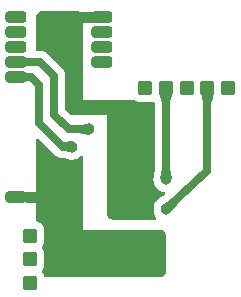
<source format=gbl>
G04 #@! TF.GenerationSoftware,KiCad,Pcbnew,7.0.11*
G04 #@! TF.CreationDate,2025-03-05T13:55:33+11:00*
G04 #@! TF.ProjectId,notestmode3,6e6f7465-7374-46d6-9f64-65332e6b6963,rev?*
G04 #@! TF.SameCoordinates,Original*
G04 #@! TF.FileFunction,Copper,L2,Bot*
G04 #@! TF.FilePolarity,Positive*
%FSLAX46Y46*%
G04 Gerber Fmt 4.6, Leading zero omitted, Abs format (unit mm)*
G04 Created by KiCad (PCBNEW 7.0.11) date 2025-03-05 13:55:33*
%MOMM*%
%LPD*%
G01*
G04 APERTURE LIST*
G04 Aperture macros list*
%AMRoundRect*
0 Rectangle with rounded corners*
0 $1 Rounding radius*
0 $2 $3 $4 $5 $6 $7 $8 $9 X,Y pos of 4 corners*
0 Add a 4 corners polygon primitive as box body*
4,1,4,$2,$3,$4,$5,$6,$7,$8,$9,$2,$3,0*
0 Add four circle primitives for the rounded corners*
1,1,$1+$1,$2,$3*
1,1,$1+$1,$4,$5*
1,1,$1+$1,$6,$7*
1,1,$1+$1,$8,$9*
0 Add four rect primitives between the rounded corners*
20,1,$1+$1,$2,$3,$4,$5,0*
20,1,$1+$1,$4,$5,$6,$7,0*
20,1,$1+$1,$6,$7,$8,$9,0*
20,1,$1+$1,$8,$9,$2,$3,0*%
G04 Aperture macros list end*
G04 #@! TA.AperFunction,ComponentPad*
%ADD10RoundRect,0.240000X-0.360000X-0.360000X0.360000X-0.360000X0.360000X0.360000X-0.360000X0.360000X0*%
G04 #@! TD*
G04 #@! TA.AperFunction,ComponentPad*
%ADD11RoundRect,0.241300X-0.647700X-0.241300X0.647700X-0.241300X0.647700X0.241300X-0.647700X0.241300X0*%
G04 #@! TD*
G04 #@! TA.AperFunction,SMDPad,CuDef*
%ADD12RoundRect,0.250000X0.475000X-0.337500X0.475000X0.337500X-0.475000X0.337500X-0.475000X-0.337500X0*%
G04 #@! TD*
G04 #@! TA.AperFunction,ViaPad*
%ADD13C,0.965300*%
G04 #@! TD*
G04 #@! TA.AperFunction,Conductor*
%ADD14C,0.965300*%
G04 #@! TD*
G04 #@! TA.AperFunction,Conductor*
%ADD15C,0.965200*%
G04 #@! TD*
G04 #@! TA.AperFunction,Conductor*
%ADD16C,0.700000*%
G04 #@! TD*
G04 APERTURE END LIST*
D10*
G04 #@! TO.P,J6,1,Pin_1*
G04 #@! TO.N,/{slash}MODULE_CAS*
X137250000Y-132999000D03*
G04 #@! TD*
G04 #@! TO.P,J4,1,Pin_1*
G04 #@! TO.N,/{slash}MODULE_WE*
X140750000Y-133000000D03*
G04 #@! TD*
G04 #@! TO.P,J17,1,Pin_1*
G04 #@! TO.N,Net-(J17-Pin_1)*
X124000000Y-145500000D03*
G04 #@! TD*
G04 #@! TO.P,J8,1,Pin_1*
G04 #@! TO.N,/{slash}MODULE_RAS*
X133750000Y-132999000D03*
G04 #@! TD*
G04 #@! TO.P,J7,1,Pin_1*
G04 #@! TO.N,Net-(J7-Pin_1)*
X135500000Y-133000000D03*
G04 #@! TD*
G04 #@! TO.P,J19,1,Pin_1*
G04 #@! TO.N,Net-(J19-Pin_1)*
X124000000Y-149500000D03*
G04 #@! TD*
D11*
G04 #@! TO.P,J1,1,Pin_1*
G04 #@! TO.N,unconnected-(J1-Pin_1-Pad1)*
X122809000Y-127000000D03*
G04 #@! TO.P,J1,2,Pin_2*
G04 #@! TO.N,unconnected-(J1-Pin_2-Pad2)*
X122809000Y-128270000D03*
G04 #@! TO.P,J1,3,Pin_3*
G04 #@! TO.N,unconnected-(J1-Pin_3-Pad3)*
X122809000Y-129540000D03*
G04 #@! TO.P,J1,4,Pin_4*
G04 #@! TO.N,/{slash}WE*
X122809000Y-130810000D03*
G04 #@! TO.P,J1,5,Pin_5*
G04 #@! TO.N,/{slash}RAS*
X122809000Y-132080000D03*
G04 #@! TO.P,J1,12,Pin_12*
G04 #@! TO.N,VCC*
X122809000Y-142240000D03*
G04 #@! TO.P,J1,21,Pin_21*
G04 #@! TO.N,/{slash}CAS*
X130048000Y-130810000D03*
G04 #@! TO.P,J1,22,Pin_22*
G04 #@! TO.N,unconnected-(J1-Pin_22-Pad22)*
X130048000Y-129540000D03*
G04 #@! TO.P,J1,23,Pin_23*
G04 #@! TO.N,unconnected-(J1-Pin_23-Pad23)*
X130048000Y-128270000D03*
G04 #@! TO.P,J1,24,Pin_24*
G04 #@! TO.N,VSS*
X130048000Y-127000000D03*
G04 #@! TD*
D10*
G04 #@! TO.P,J5,1,Pin_1*
G04 #@! TO.N,Net-(J5-Pin_1)*
X139000000Y-133000000D03*
G04 #@! TD*
G04 #@! TO.P,J18,1,Pin_1*
G04 #@! TO.N,Net-(J18-Pin_1)*
X124000000Y-147500000D03*
G04 #@! TD*
D12*
G04 #@! TO.P,C1,1*
G04 #@! TO.N,VCC*
X133750000Y-145587500D03*
G04 #@! TO.P,C1,2*
G04 #@! TO.N,VSS*
X133750000Y-143512500D03*
G04 #@! TD*
D13*
G04 #@! TO.N,VCC*
X125500000Y-140000000D03*
X125500000Y-142500000D03*
X133750000Y-148250000D03*
X131000000Y-148250000D03*
G04 #@! TO.N,VSS*
X134000000Y-136000000D03*
X132500000Y-134500000D03*
X126000000Y-129000000D03*
X127500000Y-127250000D03*
G04 #@! TO.N,/{slash}WE*
X129000000Y-136500000D03*
G04 #@! TO.N,/{slash}RAS*
X127500000Y-138000000D03*
G04 #@! TO.N,Net-(J7-Pin_1)*
X135500000Y-140730000D03*
G04 #@! TO.N,Net-(J5-Pin_1)*
X135500000Y-143270000D03*
G04 #@! TD*
D14*
G04 #@! TO.N,VCC*
X123750000Y-142250000D02*
X125500000Y-142250000D01*
D15*
G04 #@! TO.N,VSS*
X126500000Y-127000000D02*
X129250000Y-127000000D01*
D16*
G04 #@! TO.N,/{slash}WE*
X129000000Y-136500000D02*
X127250000Y-136500000D01*
X126000000Y-132000000D02*
X124810000Y-130810000D01*
X124810000Y-130810000D02*
X123470000Y-130810000D01*
X126000000Y-135250000D02*
X126000000Y-132000000D01*
X127250000Y-136500000D02*
X126000000Y-135250000D01*
G04 #@! TO.N,/{slash}RAS*
X126750000Y-138000000D02*
X124750000Y-136000000D01*
X124750000Y-132750000D02*
X124080000Y-132080000D01*
X124750000Y-136000000D02*
X124750000Y-132750000D01*
X124000000Y-132080000D02*
X123470000Y-132080000D01*
X127500000Y-138000000D02*
X126750000Y-138000000D01*
G04 #@! TO.N,Net-(J7-Pin_1)*
X135500000Y-140730000D02*
X135500000Y-133000000D01*
G04 #@! TO.N,Net-(J5-Pin_1)*
X135500000Y-143270000D02*
X139000000Y-140000000D01*
X139000000Y-140000000D02*
X139000000Y-133000000D01*
G04 #@! TD*
G04 #@! TA.AperFunction,Conductor*
G04 #@! TO.N,VCC*
G36*
X124705203Y-137299858D02*
G01*
X124711666Y-137305876D01*
X125405790Y-138000000D01*
X126068255Y-138662465D01*
X126070449Y-138664715D01*
X126127674Y-138724917D01*
X126127677Y-138724919D01*
X126173486Y-138756803D01*
X126180988Y-138762460D01*
X126224249Y-138797734D01*
X126249525Y-138810937D01*
X126262940Y-138819065D01*
X126286342Y-138835353D01*
X126337655Y-138857372D01*
X126346133Y-138861399D01*
X126395594Y-138887236D01*
X126423004Y-138895079D01*
X126437781Y-138900341D01*
X126463985Y-138911586D01*
X126463986Y-138911586D01*
X126463988Y-138911587D01*
X126518662Y-138922822D01*
X126527780Y-138925060D01*
X126581448Y-138940417D01*
X126609892Y-138942582D01*
X126625403Y-138944757D01*
X126653344Y-138950500D01*
X126709146Y-138950500D01*
X126718560Y-138950857D01*
X126726914Y-138951494D01*
X126774201Y-138955095D01*
X126774201Y-138955094D01*
X126774203Y-138955095D01*
X126802478Y-138951493D01*
X126818144Y-138950500D01*
X126909163Y-138950500D01*
X126951511Y-138957955D01*
X127098003Y-139011187D01*
X127157051Y-139029102D01*
X127165830Y-139032131D01*
X127202306Y-139046262D01*
X127202307Y-139046262D01*
X127202312Y-139046264D01*
X127399631Y-139083150D01*
X127399633Y-139083150D01*
X127600367Y-139083150D01*
X127600369Y-139083150D01*
X127797688Y-139046264D01*
X127984870Y-138973750D01*
X128155540Y-138868075D01*
X128292462Y-138743253D01*
X128355266Y-138712637D01*
X128424653Y-138720834D01*
X128478593Y-138765244D01*
X128499961Y-138831766D01*
X128500000Y-138834891D01*
X128500000Y-145000000D01*
X134991874Y-145000000D01*
X135008059Y-145001061D01*
X135113223Y-145014906D01*
X135144491Y-145023284D01*
X135234918Y-145060740D01*
X135262952Y-145076925D01*
X135340602Y-145136509D01*
X135363491Y-145159398D01*
X135423074Y-145237048D01*
X135439259Y-145265081D01*
X135476715Y-145355508D01*
X135485093Y-145386775D01*
X135498939Y-145491939D01*
X135500000Y-145508125D01*
X135500000Y-148491874D01*
X135498939Y-148508060D01*
X135485093Y-148613224D01*
X135476715Y-148644491D01*
X135439259Y-148734918D01*
X135423074Y-148762951D01*
X135363491Y-148840601D01*
X135340601Y-148863491D01*
X135262951Y-148923074D01*
X135234918Y-148939259D01*
X135144491Y-148976715D01*
X135113224Y-148985093D01*
X135019398Y-148997446D01*
X135008058Y-148998939D01*
X134991874Y-149000000D01*
X125288224Y-149000000D01*
X125221185Y-148980315D01*
X125175430Y-148927511D01*
X125167889Y-148905927D01*
X125153595Y-148848448D01*
X125072366Y-148684664D01*
X124986374Y-148577685D01*
X124959716Y-148513104D01*
X124972206Y-148444359D01*
X124986372Y-148422317D01*
X125072366Y-148315336D01*
X125153595Y-148151552D01*
X125197716Y-147974137D01*
X125200500Y-147933083D01*
X125200499Y-147066918D01*
X125197716Y-147025863D01*
X125153595Y-146848448D01*
X125072366Y-146684664D01*
X124986374Y-146577685D01*
X124959716Y-146513104D01*
X124972206Y-146444359D01*
X124986372Y-146422317D01*
X125072366Y-146315336D01*
X125153595Y-146151552D01*
X125197716Y-145974137D01*
X125200500Y-145933083D01*
X125200499Y-145066918D01*
X125197716Y-145025863D01*
X125153595Y-144848448D01*
X125072366Y-144684664D01*
X124957828Y-144542172D01*
X124957827Y-144542171D01*
X124815337Y-144427634D01*
X124651551Y-144346404D01*
X124651548Y-144346403D01*
X124594072Y-144332109D01*
X124533765Y-144296826D01*
X124502108Y-144234540D01*
X124500000Y-144211775D01*
X124500000Y-137393571D01*
X124519685Y-137326532D01*
X124572489Y-137280777D01*
X124641647Y-137270833D01*
X124705203Y-137299858D01*
G37*
G04 #@! TD.AperFunction*
G04 #@! TD*
G04 #@! TA.AperFunction,Conductor*
G04 #@! TO.N,VSS*
G36*
X128008059Y-126501061D02*
G01*
X128113223Y-126514906D01*
X128144491Y-126523284D01*
X128234918Y-126560740D01*
X128262952Y-126576925D01*
X128340602Y-126636509D01*
X128363491Y-126659398D01*
X128423074Y-126737048D01*
X128439259Y-126765081D01*
X128476715Y-126855508D01*
X128485093Y-126886775D01*
X128498939Y-126991939D01*
X128500000Y-127008124D01*
X128500000Y-134000000D01*
X132802223Y-134000000D01*
X132869262Y-134019685D01*
X132879894Y-134027340D01*
X132934664Y-134071366D01*
X133098448Y-134152595D01*
X133275859Y-134196715D01*
X133275860Y-134196715D01*
X133275863Y-134196716D01*
X133316917Y-134199500D01*
X134183082Y-134199499D01*
X134224137Y-134196716D01*
X134380589Y-134157808D01*
X134450394Y-134160732D01*
X134507540Y-134200932D01*
X134528960Y-134241454D01*
X134543948Y-134289842D01*
X134549500Y-134326531D01*
X134549500Y-139678421D01*
X134548346Y-139695294D01*
X134437516Y-140501801D01*
X134433941Y-140518839D01*
X134430732Y-140530120D01*
X134424992Y-140592048D01*
X134424367Y-140597480D01*
X134419309Y-140634291D01*
X134415096Y-140675200D01*
X134414990Y-140676736D01*
X134414990Y-140676737D01*
X134415290Y-140686694D01*
X134414817Y-140701857D01*
X134412210Y-140729996D01*
X134412210Y-140730000D01*
X134430731Y-140929876D01*
X134430731Y-140929878D01*
X134430732Y-140929881D01*
X134457929Y-141025471D01*
X134485665Y-141122953D01*
X134485669Y-141122963D01*
X134575140Y-141302646D01*
X134655789Y-141409442D01*
X134696113Y-141462839D01*
X134844460Y-141598075D01*
X135015130Y-141703750D01*
X135202312Y-141776264D01*
X135337733Y-141801579D01*
X135400012Y-141833246D01*
X135435285Y-141893559D01*
X135432351Y-141963367D01*
X135392142Y-142020507D01*
X135386692Y-142024603D01*
X134928946Y-142349326D01*
X134922479Y-142353616D01*
X134844461Y-142401923D01*
X134844457Y-142401926D01*
X134806430Y-142436591D01*
X134798818Y-142442990D01*
X134779565Y-142457899D01*
X134778078Y-142459154D01*
X134778077Y-142459155D01*
X134756402Y-142481807D01*
X134750355Y-142487711D01*
X134696115Y-142537158D01*
X134575140Y-142697353D01*
X134485669Y-142877036D01*
X134485665Y-142877046D01*
X134430731Y-143070123D01*
X134412210Y-143269999D01*
X134412210Y-143270000D01*
X134430731Y-143469876D01*
X134485665Y-143662953D01*
X134485669Y-143662963D01*
X134575140Y-143842646D01*
X134657172Y-143951273D01*
X134681864Y-144016634D01*
X134667299Y-144084969D01*
X134618102Y-144134582D01*
X134558218Y-144150000D01*
X131008126Y-144150000D01*
X130991941Y-144148939D01*
X130978917Y-144147224D01*
X130886775Y-144135093D01*
X130855508Y-144126715D01*
X130765081Y-144089259D01*
X130737048Y-144073074D01*
X130659398Y-144013491D01*
X130636508Y-143990601D01*
X130576925Y-143912951D01*
X130560740Y-143884918D01*
X130523284Y-143794491D01*
X130514906Y-143763223D01*
X130501061Y-143658059D01*
X130500000Y-143641874D01*
X130500000Y-135750006D01*
X130500000Y-135750005D01*
X130500000Y-135750000D01*
X130500000Y-135250000D01*
X130000000Y-135250000D01*
X129999993Y-135250000D01*
X127395572Y-135250000D01*
X127328533Y-135230315D01*
X127307891Y-135213681D01*
X126986819Y-134892609D01*
X126953334Y-134831286D01*
X126950500Y-134804928D01*
X126950500Y-132013609D01*
X126950540Y-132010466D01*
X126952644Y-131927458D01*
X126952643Y-131927457D01*
X126952644Y-131927454D01*
X126942799Y-131872527D01*
X126941490Y-131863194D01*
X126938771Y-131836464D01*
X126935845Y-131807679D01*
X126927309Y-131780473D01*
X126923568Y-131765234D01*
X126918539Y-131737172D01*
X126897832Y-131685335D01*
X126894682Y-131676486D01*
X126877974Y-131623232D01*
X126864138Y-131598306D01*
X126857405Y-131584127D01*
X126846831Y-131557655D01*
X126846830Y-131557652D01*
X126816115Y-131511049D01*
X126811241Y-131503002D01*
X126784160Y-131454211D01*
X126784159Y-131454209D01*
X126765583Y-131432572D01*
X126756137Y-131420042D01*
X126740454Y-131396244D01*
X126700998Y-131356788D01*
X126694593Y-131349878D01*
X126658241Y-131307533D01*
X126658240Y-131307532D01*
X126635689Y-131290076D01*
X126623918Y-131279708D01*
X125491743Y-130147533D01*
X125489550Y-130145284D01*
X125432324Y-130085082D01*
X125432320Y-130085079D01*
X125415401Y-130073303D01*
X125386503Y-130053189D01*
X125379018Y-130047545D01*
X125335751Y-130012266D01*
X125335747Y-130012264D01*
X125335746Y-130012263D01*
X125335744Y-130012262D01*
X125310480Y-129999065D01*
X125297053Y-129990930D01*
X125273659Y-129974647D01*
X125222374Y-129952639D01*
X125213863Y-129948597D01*
X125164409Y-129922764D01*
X125164406Y-129922763D01*
X125136996Y-129914919D01*
X125122213Y-129909656D01*
X125096012Y-129898412D01*
X125041345Y-129887177D01*
X125032199Y-129884932D01*
X124978557Y-129869584D01*
X124978545Y-129869581D01*
X124950126Y-129867418D01*
X124934580Y-129865238D01*
X124906658Y-129859500D01*
X124906656Y-129859500D01*
X124850854Y-129859500D01*
X124841439Y-129859142D01*
X124839062Y-129858961D01*
X124785798Y-129854904D01*
X124762077Y-129857925D01*
X124757521Y-129858506D01*
X124741856Y-129859500D01*
X124624000Y-129859500D01*
X124556961Y-129839815D01*
X124511206Y-129787011D01*
X124500000Y-129735500D01*
X124500000Y-127008125D01*
X124501061Y-126991940D01*
X124514906Y-126886776D01*
X124523284Y-126855508D01*
X124560740Y-126765081D01*
X124576923Y-126737050D01*
X124636513Y-126659392D01*
X124659392Y-126636513D01*
X124737050Y-126576923D01*
X124765079Y-126560740D01*
X124855509Y-126523283D01*
X124886775Y-126514906D01*
X124991941Y-126501061D01*
X125008126Y-126500000D01*
X127991874Y-126500000D01*
X128008059Y-126501061D01*
G37*
G04 #@! TD.AperFunction*
G04 #@! TD*
G04 #@! TA.AperFunction,Conductor*
G04 #@! TO.N,Net-(J7-Pin_1)*
G36*
X135848071Y-139768127D02*
G01*
X135851389Y-139774807D01*
X135980827Y-140716734D01*
X135978558Y-140725397D01*
X135970829Y-140729918D01*
X135969260Y-140730027D01*
X135500024Y-140730999D01*
X135499976Y-140730999D01*
X135030739Y-140730027D01*
X135022473Y-140726583D01*
X135019063Y-140718303D01*
X135019170Y-140716748D01*
X135148611Y-139774806D01*
X135153132Y-139767078D01*
X135160202Y-139764700D01*
X135839798Y-139764700D01*
X135848071Y-139768127D01*
G37*
G04 #@! TD.AperFunction*
G04 #@! TD*
G04 #@! TA.AperFunction,Conductor*
G04 #@! TO.N,/{slash}WE*
G36*
X128995397Y-136021441D02*
G01*
X128999918Y-136029170D01*
X129000027Y-136030739D01*
X129001000Y-136500000D01*
X129001000Y-136500048D01*
X129000027Y-136969260D01*
X128996583Y-136977526D01*
X128988303Y-136980936D01*
X128986734Y-136980827D01*
X128044807Y-136851388D01*
X128037078Y-136846867D01*
X128034700Y-136839797D01*
X128034700Y-136160202D01*
X128038127Y-136151929D01*
X128044806Y-136148611D01*
X128986736Y-136019172D01*
X128995397Y-136021441D01*
G37*
G04 #@! TD.AperFunction*
G04 #@! TD*
G04 #@! TA.AperFunction,Conductor*
G04 #@! TO.N,Net-(J5-Pin_1)*
G36*
X135971225Y-142364746D02*
G01*
X136435180Y-142861334D01*
X136438324Y-142869718D01*
X136435726Y-142876681D01*
X135849444Y-143601201D01*
X135841576Y-143605476D01*
X135832989Y-143602936D01*
X135832093Y-143602131D01*
X135499270Y-143270682D01*
X135499236Y-143270648D01*
X135168471Y-142938512D01*
X135165062Y-142930233D01*
X135168506Y-142921967D01*
X135169983Y-142920721D01*
X135955907Y-142363189D01*
X135964637Y-142361198D01*
X135971225Y-142364746D01*
G37*
G04 #@! TD.AperFunction*
G04 #@! TD*
G04 #@! TA.AperFunction,Conductor*
G04 #@! TO.N,/{slash}RAS*
G36*
X127495487Y-137521375D02*
G01*
X127499926Y-137529152D01*
X127500019Y-137530605D01*
X127500703Y-137998358D01*
X127499804Y-138002873D01*
X127319593Y-138435595D01*
X127313249Y-138441915D01*
X127304796Y-138442094D01*
X127304303Y-138441915D01*
X127171536Y-138393671D01*
X126367544Y-138101522D01*
X126360939Y-138095475D01*
X126360543Y-138086529D01*
X126363265Y-138082254D01*
X126842417Y-137603102D01*
X126849216Y-137599770D01*
X127486850Y-137519015D01*
X127495487Y-137521375D01*
G37*
G04 #@! TD.AperFunction*
G04 #@! TD*
G04 #@! TA.AperFunction,Conductor*
G04 #@! TO.N,Net-(J5-Pin_1)*
G36*
X139007185Y-133004593D02*
G01*
X139575348Y-133446875D01*
X139579771Y-133454661D01*
X139579337Y-133459569D01*
X139352552Y-134191762D01*
X139346831Y-134198651D01*
X139341376Y-134200000D01*
X138658624Y-134200000D01*
X138650351Y-134196573D01*
X138647448Y-134191762D01*
X138420662Y-133459569D01*
X138421487Y-133450652D01*
X138424648Y-133446877D01*
X138992814Y-133004593D01*
X139001446Y-133002216D01*
X139007185Y-133004593D01*
G37*
G04 #@! TD.AperFunction*
G04 #@! TD*
G04 #@! TA.AperFunction,Conductor*
G04 #@! TO.N,Net-(J7-Pin_1)*
G36*
X135507185Y-133004593D02*
G01*
X136075348Y-133446875D01*
X136079771Y-133454661D01*
X136079337Y-133459569D01*
X135852552Y-134191762D01*
X135846831Y-134198651D01*
X135841376Y-134200000D01*
X135158624Y-134200000D01*
X135150351Y-134196573D01*
X135147448Y-134191762D01*
X134920662Y-133459569D01*
X134921487Y-133450652D01*
X134924648Y-133446877D01*
X135492814Y-133004593D01*
X135501446Y-133002216D01*
X135507185Y-133004593D01*
G37*
G04 #@! TD.AperFunction*
G04 #@! TD*
M02*

</source>
